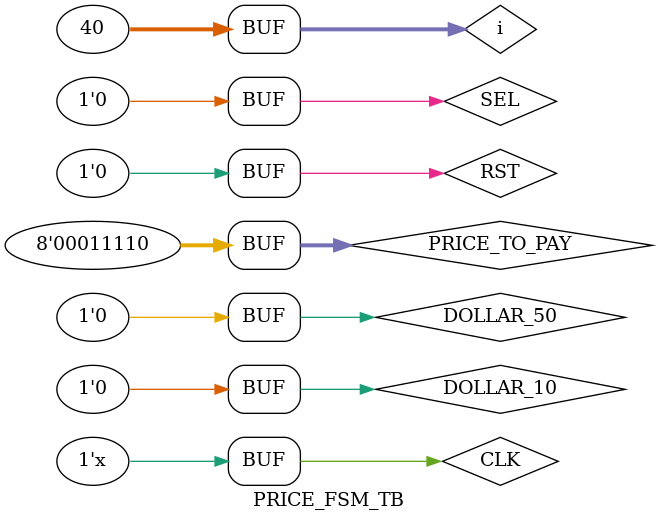
<source format=v>
module PRICE_FSM_TB; 
reg RST = 0, CLK = 1, SEL = 0, DOLLAR_10 = 0, DOLLAR_50 = 0;
reg [7:0] PRICE_TO_PAY; 
wire [7:0] PRICE_LEFT; 
wire CHANGE_RETURN; 
wire EN; 
wire FLAG;
integer i; 
EN_FOR_CHANGE_FSM change_en(.clk(CLK), .rst(RST), .sel(SEL), .en(EN));
PRICE_FSM price(.clk(CLK), .rst(RST), .en(EN),.sel(SEL),
.ten(DOLLAR_10),.fifty(DOLLAR_50),
.price_to_pay(PRICE_TO_PAY),.price_left(PRICE_LEFT),
.rel(REL),.change_return(CHANGE_RETURN),.price_flag(FLAG));
    
    initial begin
        PRICE_TO_PAY = 40;
        CLK = 1;
        #5;
        for(i = 0 ; i<40 ; i = i+1)
        begin
            //RST
            RST = (i == 1 | i == 31) ? 1:0;
            //SEL and PRICE TO PAY
            case(i)
                3:
                begin
                    SEL          = 1;
                    PRICE_TO_PAY = 40;
                end
               
                4:  
                begin 
                    SEL       = 1;
                    PRICE_TO_PAY = 50;
                end
                15:
                begin 
                SEL = 1;
                PRICE_TO_PAY = 20;
                end
                26:
                begin 
                    SEL = 1;
                    PRICE_TO_PAY=30;
                end    
                default:
                SEL = 0;
            endcase
            //DOLLAR_10
            case (i)
                6:DOLLAR_10 = 1;
                7:DOLLAR_10 = 1;
                8:DOLLAR_10 = 1;
                default:
                DOLLAR_10 = 0;
            endcase
            //DOLLAR_50
            case (i)
                9: DOLLAR_50  = 1;
                21 :DOLLAR_50 = 1;
                28: DOLLAR_50 = 1;
                default:
                DOLLAR_50 = 0;
            endcase
            #10;
        end
    end
    
    always
    begin
    #5;
    CLK = ~CLK;
    end
    
    
endmodule

</source>
